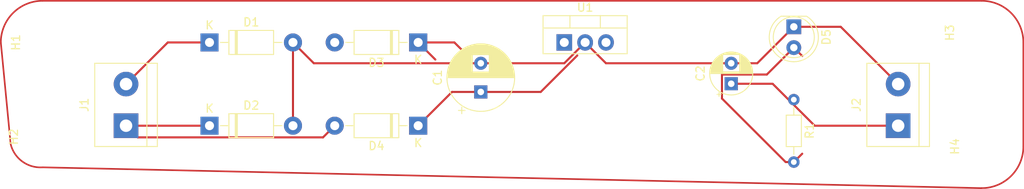
<source format=kicad_pcb>
(kicad_pcb (version 20221018) (generator pcbnew)
  (layers (0 "F.Cu" signal) (31 "B.Cu" signal) (34 "B.Paste" user) (35 "F.Paste" user) (36 "B.SilkS" user "B.Silkscreen") (37 "F.SilkS" user "F.Silkscreen") (38 "B.Mask" user) (39 "F.Mask" user) (44 "Edge.Cuts" user))
  (net 0 "")
  (net 1 "Net-(D3-K)")
  (net 2 "Net-(D1-A)")
  (net 3 "Net-(J2-Pin_1)")
  (net 4 "Net-(D1-K)")
  (net 5 "Net-(D2-K)")
  (net 6 "Net-(D5-A)")
  (footprint "Capacitor_THT:CP_Radial_D8.0mm_P3.50mm" (layer "F.Cu") (at 149.86 89.86 90)
    (fp_text reference "C1" (at 1.75 -5.25 90) (layer "F.SilkS"))
    (fp_text value "470 uf")
    (fp_line (start -2.659698 -2.315) (end -1.859698 -2.315) (stroke (width 0.12)) (layer "F.SilkS"))
    (fp_line (start -2.259698 -2.715) (end -2.259698 -1.915) (stroke (width 0.12)) (layer "F.SilkS"))
    (fp_line (start 1.75 -4.08) (end 1.75 4.08) (stroke (width 0.12)) (layer "F.SilkS"))
    (fp_line (start 1.79 -4.08) (end 1.79 4.08) (stroke (width 0.12)) (layer "F.SilkS"))
    (fp_line (start 1.83 -4.08) (end 1.83 4.08) (stroke (width 0.12)) (layer "F.SilkS"))
    (fp_line (start 1.87 -4.079) (end 1.87 4.079) (stroke (width 0.12)) (layer "F.SilkS"))
    (fp_line (start 1.91 -4.077) (end 1.91 4.077) (stroke (width 0.12)) (layer "F.SilkS"))
    (fp_line (start 1.95 -4.076) (end 1.95 4.076) (stroke (width 0.12)) (layer "F.SilkS"))
    (fp_line (start 1.99 -4.074) (end 1.99 4.074) (stroke (width 0.12)) (layer "F.SilkS"))
    (fp_line (start 2.03 -4.071) (end 2.03 4.071) (stroke (width 0.12)) (layer "F.SilkS"))
    (fp_line (start 2.07 -4.068) (end 2.07 4.068) (stroke (width 0.12)) (layer "F.SilkS"))
    (fp_line (start 2.11 -4.065) (end 2.11 4.065) (stroke (width 0.12)) (layer "F.SilkS"))
    (fp_line (start 2.15 -4.061) (end 2.15 4.061) (stroke (width 0.12)) (layer "F.SilkS"))
    (fp_line (start 2.19 -4.057) (end 2.19 4.057) (stroke (width 0.12)) (layer "F.SilkS"))
    (fp_line (start 2.23 -4.052) (end 2.23 4.052) (stroke (width 0.12)) (layer "F.SilkS"))
    (fp_line (start 2.27 -4.048) (end 2.27 4.048) (stroke (width 0.12)) (layer "F.SilkS"))
    (fp_line (start 2.31 -4.042) (end 2.31 4.042) (stroke (width 0.12)) (layer "F.SilkS"))
    (fp_line (start 2.35 -4.037) (end 2.35 4.037) (stroke (width 0.12)) (layer "F.SilkS"))
    (fp_line (start 2.39 -4.03) (end 2.39 4.03) (stroke (width 0.12)) (layer "F.SilkS"))
    (fp_line (start 2.43 -4.024) (end 2.43 4.024) (stroke (width 0.12)) (layer "F.SilkS"))
    (fp_line (start 2.471 -4.017) (end 2.471 -1.04) (stroke (width 0.12)) (layer "F.SilkS"))
    (fp_line (start 2.471 1.04) (end 2.471 4.017) (stroke (width 0.12)) (layer "F.SilkS"))
    (fp_line (start 2.511 -4.01) (end 2.511 -1.04) (stroke (width 0.12)) (layer "F.SilkS"))
    (fp_line (start 2.511 1.04) (end 2.511 4.01) (stroke (width 0.12)) (layer "F.SilkS"))
    (fp_line (start 2.551 -4.002) (end 2.551 -1.04) (stroke (width 0.12)) (layer "F.SilkS"))
    (fp_line (start 2.551 1.04) (end 2.551 4.002) (stroke (width 0.12)) (layer "F.SilkS"))
    (fp_line (start 2.591 -3.994) (end 2.591 -1.04) (stroke (width 0.12)) (layer "F.SilkS"))
    (fp_line (start 2.591 1.04) (end 2.591 3.994) (stroke (width 0.12)) (layer "F.SilkS"))
    (fp_line (start 2.631 -3.985) (end 2.631 -1.04) (stroke (width 0.12)) (layer "F.SilkS"))
    (fp_line (start 2.631 1.04) (end 2.631 3.985) (stroke (width 0.12)) (layer "F.SilkS"))
    (fp_line (start 2.671 -3.976) (end 2.671 -1.04) (stroke (width 0.12)) (layer "F.SilkS"))
    (fp_line (start 2.671 1.04) (end 2.671 3.976) (stroke (width 0.12)) (layer "F.SilkS"))
    (fp_line (start 2.711 -3.967) (end 2.711 -1.04) (stroke (width 0.12)) (layer "F.SilkS"))
    (fp_line (start 2.711 1.04) (end 2.711 3.967) (stroke (width 0.12)) (layer "F.SilkS"))
    (fp_line (start 2.751 -3.957) (end 2.751 -1.04) (stroke (width 0.12)) (layer "F.SilkS"))
    (fp_line (start 2.751 1.04) (end 2.751 3.957) (stroke (width 0.12)) (layer "F.SilkS"))
    (fp_line (start 2.791 -3.947) (end 2.791 -1.04) (stroke (width 0.12)) (layer "F.SilkS"))
    (fp_line (start 2.791 1.04) (end 2.791 3.947) (stroke (width 0.12)) (layer "F.SilkS"))
    (fp_line (start 2.831 -3.936) (end 2.831 -1.04) (stroke (width 0.12)) (layer "F.SilkS"))
    (fp_line (start 2.831 1.04) (end 2.831 3.936) (stroke (width 0.12)) (layer "F.SilkS"))
    (fp_line (start 2.871 -3.925) (end 2.871 -1.04) (stroke (width 0.12)) (layer "F.SilkS"))
    (fp_line (start 2.871 1.04) (end 2.871 3.925) (stroke (width 0.12)) (layer "F.SilkS"))
    (fp_line (start 2.911 -3.914) (end 2.911 -1.04) (stroke (width 0.12)) (layer "F.SilkS"))
    (fp_line (start 2.911 1.04) (end 2.911 3.914) (stroke (width 0.12)) (layer "F.SilkS"))
    (fp_line (start 2.951 -3.902) (end 2.951 -1.04) (stroke (width 0.12)) (layer "F.SilkS"))
    (fp_line (start 2.951 1.04) (end 2.951 3.902) (stroke (width 0.12)) (layer "F.SilkS"))
    (fp_line (start 2.991 -3.889) (end 2.991 -1.04) (stroke (width 0.12)) (layer "F.SilkS"))
    (fp_line (start 2.991 1.04) (end 2.991 3.889) (stroke (width 0.12)) (layer "F.SilkS"))
    (fp_line (start 3.031 -3.877) (end 3.031 -1.04) (stroke (width 0.12)) (layer "F.SilkS"))
    (fp_line (start 3.031 1.04) (end 3.031 3.877) (stroke (width 0.12)) (layer "F.SilkS"))
    (fp_line (start 3.071 -3.863) (end 3.071 -1.04) (stroke (width 0.12)) (layer "F.SilkS"))
    (fp_line (start 3.071 1.04) (end 3.071 3.863) (stroke (width 0.12)) (layer "F.SilkS"))
    (fp_line (start 3.111 -3.85) (end 3.111 -1.04) (stroke (width 0.12)) (layer "F.SilkS"))
    (fp_line (start 3.111 1.04) (end 3.111 3.85) (stroke (width 0.12)) (layer "F.SilkS"))
    (fp_line (start 3.151 -3.835) (end 3.151 -1.04) (stroke (width 0.12)) (layer "F.SilkS"))
    (fp_line (start 3.151 1.04) (end 3.151 3.835) (stroke (width 0.12)) (layer "F.SilkS"))
    (fp_line (start 3.191 -3.821) (end 3.191 -1.04) (stroke (width 0.12)) (layer "F.SilkS"))
    (fp_line (start 3.191 1.04) (end 3.191 3.821) (stroke (width 0.12)) (layer "F.SilkS"))
    (fp_line (start 3.231 -3.805) (end 3.231 -1.04) (stroke (width 0.12)) (layer "F.SilkS"))
    (fp_line (start 3.231 1.04) (end 3.231 3.805) (stroke (width 0.12)) (layer "F.SilkS"))
    (fp_line (start 3.271 -3.79) (end 3.271 -1.04) (stroke (width 0.12)) (layer "F.SilkS"))
    (fp_line (start 3.271 1.04) (end 3.271 3.79) (stroke (width 0.12)) (layer "F.SilkS"))
    (fp_line (start 3.311 -3.774) (end 3.311 -1.04) (stroke (width 0.12)) (layer "F.SilkS"))
    (fp_line (start 3.311 1.04) (end 3.311 3.774) (stroke (width 0.12)) (layer "F.SilkS"))
    (fp_line (start 3.351 -3.757) (end 3.351 -1.04) (stroke (width 0.12)) (layer "F.SilkS"))
    (fp_line (start 3.351 1.04) (end 3.351 3.757) (stroke (width 0.12)) (layer "F.SilkS"))
    (fp_line (start 3.391 -3.74) (end 3.391 -1.04) (stroke (width 0.12)) (layer "F.SilkS"))
    (fp_line (start 3.391 1.04) (end 3.391 3.74) (stroke (width 0.12)) (layer "F.SilkS"))
    (fp_line (start 3.431 -3.722) (end 3.431 -1.04) (stroke (width 0.12)) (layer "F.SilkS"))
    (fp_line (start 3.431 1.04) (end 3.431 3.722) (stroke (width 0.12)) (layer "F.SilkS"))
    (fp_line (start 3.471 -3.704) (end 3.471 -1.04) (stroke (width 0.12)) (layer "F.SilkS"))
    (fp_line (start 3.471 1.04) (end 3.471 3.704) (stroke (width 0.12)) (layer "F.SilkS"))
    (fp_line (start 3.511 -3.686) (end 3.511 -1.04) (stroke (width 0.12)) (layer "F.SilkS"))
    (fp_line (start 3.511 1.04) (end 3.511 3.686) (stroke (width 0.12)) (layer "F.SilkS"))
    (fp_line (start 3.551 -3.666) (end 3.551 -1.04) (stroke (width 0.12)) (layer "F.SilkS"))
    (fp_line (start 3.551 1.04) (end 3.551 3.666) (stroke (width 0.12)) (layer "F.SilkS"))
    (fp_line (start 3.591 -3.647) (end 3.591 -1.04) (stroke (width 0.12)) (layer "F.SilkS"))
    (fp_line (start 3.591 1.04) (end 3.591 3.647) (stroke (width 0.12)) (layer "F.SilkS"))
    (fp_line (start 3.631 -3.627) (end 3.631 -1.04) (stroke (width 0.12)) (layer "F.SilkS"))
    (fp_line (start 3.631 1.04) (end 3.631 3.627) (stroke (width 0.12)) (layer "F.SilkS"))
    (fp_line (start 3.671 -3.606) (end 3.671 -1.04) (stroke (width 0.12)) (layer "F.SilkS"))
    (fp_line (start 3.671 1.04) (end 3.671 3.606) (stroke (width 0.12)) (layer "F.SilkS"))
    (fp_line (start 3.711 -3.584) (end 3.711 -1.04) (stroke (width 0.12)) (layer "F.SilkS"))
    (fp_line (start 3.711 1.04) (end 3.711 3.584) (stroke (width 0.12)) (layer "F.SilkS"))
    (fp_line (start 3.751 -3.562) (end 3.751 -1.04) (stroke (width 0.12)) (layer "F.SilkS"))
    (fp_line (start 3.751 1.04) (end 3.751 3.562) (stroke (width 0.12)) (layer "F.SilkS"))
    (fp_line (start 3.791 -3.54) (end 3.791 -1.04) (stroke (width 0.12)) (layer "F.SilkS"))
    (fp_line (start 3.791 1.04) (end 3.791 3.54) (stroke (width 0.12)) (layer "F.SilkS"))
    (fp_line (start 3.831 -3.517) (end 3.831 -1.04) (stroke (width 0.12)) (layer "F.SilkS"))
    (fp_line (start 3.831 1.04) (end 3.831 3.517) (stroke (width 0.12)) (layer "F.SilkS"))
    (fp_line (start 3.871 -3.493) (end 3.871 -1.04) (stroke (width 0.12)) (layer "F.SilkS"))
    (fp_line (start 3.871 1.04) (end 3.871 3.493) (stroke (width 0.12)) (layer "F.SilkS"))
    (fp_line (start 3.911 -3.469) (end 3.911 -1.04) (stroke (width 0.12)) (layer "F.SilkS"))
    (fp_line (start 3.911 1.04) (end 3.911 3.469) (stroke (width 0.12)) (layer "F.SilkS"))
    (fp_line (start 3.951 -3.444) (end 3.951 -1.04) (stroke (width 0.12)) (layer "F.SilkS"))
    (fp_line (start 3.951 1.04) (end 3.951 3.444) (stroke (width 0.12)) (layer "F.SilkS"))
    (fp_line (start 3.991 -3.418) (end 3.991 -1.04) (stroke (width 0.12)) (layer "F.SilkS"))
    (fp_line (start 3.991 1.04) (end 3.991 3.418) (stroke (width 0.12)) (layer "F.SilkS"))
    (fp_line (start 4.031 -3.392) (end 4.031 -1.04) (stroke (width 0.12)) (layer "F.SilkS"))
    (fp_line (start 4.031 1.04) (end 4.031 3.392) (stroke (width 0.12)) (layer "F.SilkS"))
    (fp_line (start 4.071 -3.365) (end 4.071 -1.04) (stroke (width 0.12)) (layer "F.SilkS"))
    (fp_line (start 4.071 1.04) (end 4.071 3.365) (stroke (width 0.12)) (layer "F.SilkS"))
    (fp_line (start 4.111 -3.338) (end 4.111 -1.04) (stroke (width 0.12)) (layer "F.SilkS"))
    (fp_line (start 4.111 1.04) (end 4.111 3.338) (stroke (width 0.12)) (layer "F.SilkS"))
    (fp_line (start 4.151 -3.309) (end 4.151 -1.04) (stroke (width 0.12)) (layer "F.SilkS"))
    (fp_line (start 4.151 1.04) (end 4.151 3.309) (stroke (width 0.12)) (layer "F.SilkS"))
    (fp_line (start 4.191 -3.28) (end 4.191 -1.04) (stroke (width 0.12)) (layer "F.SilkS"))
    (fp_line (start 4.191 1.04) (end 4.191 3.28) (stroke (width 0.12)) (layer "F.SilkS"))
    (fp_line (start 4.231 -3.25) (end 4.231 -1.04) (stroke (width 0.12)) (layer "F.SilkS"))
    (fp_line (start 4.231 1.04) (end 4.231 3.25) (stroke (width 0.12)) (layer "F.SilkS"))
    (fp_line (start 4.271 -3.22) (end 4.271 -1.04) (stroke (width 0.12)) (layer "F.SilkS"))
    (fp_line (start 4.271 1.04) (end 4.271 3.22) (stroke (width 0.12)) (layer "F.SilkS"))
    (fp_line (start 4.311 -3.189) (end 4.311 -1.04) (stroke (width 0.12)) (layer "F.SilkS"))
    (fp_line (start 4.311 1.04) (end 4.311 3.189) (stroke (width 0.12)) (layer "F.SilkS"))
    (fp_line (start 4.351 -3.156) (end 4.351 -1.04) (stroke (width 0.12)) (layer "F.SilkS"))
    (fp_line (start 4.351 1.04) (end 4.351 3.156) (stroke (width 0.12)) (layer "F.SilkS"))
    (fp_line (start 4.391 -3.124) (end 4.391 -1.04) (stroke (width 0.12)) (layer "F.SilkS"))
    (fp_line (start 4.391 1.04) (end 4.391 3.124) (stroke (width 0.12)) (layer "F.SilkS"))
    (fp_line (start 4.431 -3.09) (end 4.431 -1.04) (stroke (width 0.12)) (layer "F.SilkS"))
    (fp_line (start 4.431 1.04) (end 4.431 3.09) (stroke (width 0.12)) (layer "F.SilkS"))
    (fp_line (start 4.471 -3.055) (end 4.471 -1.04) (stroke (width 0.12)) (layer "F.SilkS"))
    (fp_line (start 4.471 1.04) (end 4.471 3.055) (stroke (width 0.12)) (layer "F.SilkS"))
    (fp_line (start 4.511 -3.019) (end 4.511 -1.04) (stroke (width 0.12)) (layer "F.SilkS"))
    (fp_line (start 4.511 1.04) (end 4.511 3.019) (stroke (width 0.12)) (layer "F.SilkS"))
    (fp_line (start 4.551 -2.983) (end 4.551 2.983) (stroke (width 0.12)) (layer "F.SilkS"))
    (fp_line (start 4.591 -2.945) (end 4.591 2.945) (stroke (width 0.12)) (layer "F.SilkS"))
    (fp_line (start 4.631 -2.907) (end 4.631 2.907) (stroke (width 0.12)) (layer "F.SilkS"))
    (fp_line (start 4.671 -2.867) (end 4.671 2.867) (stroke (width 0.12)) (layer "F.SilkS"))
    (fp_line (start 4.711 -2.826) (end 4.711 2.826) (stroke (width 0.12)) (layer "F.SilkS"))
    (fp_line (start 4.751 -2.784) (end 4.751 2.784) (stroke (width 0.12)) (layer "F.SilkS"))
    (fp_line (start 4.791 -2.741) (end 4.791 2.741) (stroke (width 0.12)) (layer "F.SilkS"))
    (fp_line (start 4.831 -2.697) (end 4.831 2.697) (stroke (width 0.12)) (layer "F.SilkS"))
    (fp_line (start 4.871 -2.651) (end 4.871 2.651) (stroke (width 0.12)) (layer "F.SilkS"))
    (fp_line (start 4.911 -2.604) (end 4.911 2.604) (stroke (width 0.12)) (layer "F.SilkS"))
    (fp_line (start 4.951 -2.556) (end 4.951 2.556) (stroke (width 0.12)) (layer "F.SilkS"))
    (fp_line (start 4.991 -2.505) (end 4.991 2.505) (stroke (width 0.12)) (layer "F.SilkS"))
    (fp_line (start 5.031 -2.454) (end 5.031 2.454) (stroke (width 0.12)) (layer "F.SilkS"))
    (fp_line (start 5.071 -2.4) (end 5.071 2.4) (stroke (width 0.12)) (layer "F.SilkS"))
    (fp_line (start 5.111 -2.345) (end 5.111 2.345) (stroke (width 0.12)) (layer "F.SilkS"))
    (fp_line (start 5.151 -2.287) (end 5.151 2.287) (stroke (width 0.12)) (layer "F.SilkS"))
    (fp_line (start 5.191 -2.228) (end 5.191 2.228) (stroke (width 0.12)) (layer "F.SilkS"))
    (fp_line (start 5.231 -2.166) (end 5.231 2.166) (stroke (width 0.12)) (layer "F.SilkS"))
    (fp_line (start 5.271 -2.102) (end 5.271 2.102) (stroke (width 0.12)) (layer "F.SilkS"))
    (fp_line (start 5.311 -2.034) (end 5.311 2.034) (stroke (width 0.12)) (layer "F.SilkS"))
    (fp_line (start 5.351 -1.964) (end 5.351 1.964) (stroke (width 0.12)) (layer "F.SilkS"))
    (fp_line (start 5.391 -1.89) (end 5.391 1.89) (stroke (width 0.12)) (layer "F.SilkS"))
    (fp_line (start 5.431 -1.813) (end 5.431 1.813) (stroke (width 0.12)) (layer "F.SilkS"))
    (fp_line (start 5.471 -1.731) (end 5.471 1.731) (stroke (width 0.12)) (layer "F.SilkS"))
    (fp_line (start 5.511 -1.645) (end 5.511 1.645) (stroke (width 0.12)) (layer "F.SilkS"))
    (fp_line (start 5.551 -1.552) (end 5.551 1.552) (stroke (width 0.12)) (layer "F.SilkS"))
    (fp_line (start 5.591 -1.453) (end 5.591 1.453) (stroke (width 0.12)) (layer "F.SilkS"))
    (fp_line (start 5.631 -1.346) (end 5.631 1.346) (stroke (width 0.12)) (layer "F.SilkS"))
    (fp_line (start 5.671 -1.229) (end 5.671 1.229) (stroke (width 0.12)) (layer "F.SilkS"))
    (fp_line (start 5.711 -1.098) (end 5.711 1.098) (stroke (width 0.12)) (layer "F.SilkS"))
    (fp_line (start 5.751 -0.948) (end 5.751 0.948) (stroke (width 0.12)) (layer "F.SilkS"))
    (fp_line (start 5.791 -0.768) (end 5.791 0.768) (stroke (width 0.12)) (layer "F.SilkS"))
    (fp_line (start 5.831 -0.533) (end 5.831 0.533) (stroke (width 0.12)) (layer "F.SilkS"))
    (fp_circle (center 1.75 0) (end 5.87 0) (stroke (width 0.12)) (fill none) (layer "F.SilkS"))
    (pad "1" thru_hole rect (at 0 0 90) (size 1.6 1.6) (drill 0.8) (layers "*.Cu" "*.Mask") (net 1 "Net-(D3-K)"))
    (pad "2" thru_hole circle (at 3.5 0 90) (size 1.6 1.6) (drill 0.8) (layers "*.Cu" "*.Mask") (net 2 "Net-(D1-A)"))
  )
  (footprint "Diode_THT:D_DO-41_SOD81_P10.16mm_Horizontal" (layer "F.Cu") (at 116.84 83.82)
    (fp_text reference "D1" (at 5.08 -2.47) (layer "F.SilkS"))
    (fp_text value "1N4007")
    (fp_text user "K" (at 0 -2.1) (layer "F.SilkS"))
    (fp_line (start 1.34 0) (end 2.36 0) (stroke (width 0.12)) (layer "F.SilkS"))
    (fp_line (start 2.36 -1.47) (end 2.36 1.47) (stroke (width 0.12)) (layer "F.SilkS"))
    (fp_line (start 2.36 1.47) (end 7.8 1.47) (stroke (width 0.12)) (layer "F.SilkS"))
    (fp_line (start 3.14 -1.47) (end 3.14 1.47) (stroke (width 0.12)) (layer "F.SilkS"))
    (fp_line (start 3.26 -1.47) (end 3.26 1.47) (stroke (width 0.12)) (layer "F.SilkS"))
    (fp_line (start 3.38 -1.47) (end 3.38 1.47) (stroke (width 0.12)) (layer "F.SilkS"))
    (fp_line (start 7.8 -1.47) (end 2.36 -1.47) (stroke (width 0.12)) (layer "F.SilkS"))
    (fp_line (start 7.8 1.47) (end 7.8 -1.47) (stroke (width 0.12)) (layer "F.SilkS"))
    (fp_line (start 8.82 0) (end 7.8 0) (stroke (width 0.12)) (layer "F.SilkS"))
    (pad "1" thru_hole rect (at 0 0) (size 2.2 2.2) (drill 1.1) (layers "*.Cu" "*.Mask") (net 4 "Net-(D1-K)"))
    (pad "2" thru_hole oval (at 10.16 0) (size 2.2 2.2) (drill 1.1) (layers "*.Cu" "*.Mask") (net 2 "Net-(D1-A)"))
  )
  (footprint "Capacitor_THT:CP_Radial_D5.0mm_P2.50mm" (layer "F.Cu") (at 180.34 88.86 90)
    (fp_text reference "C2" (at 1.25 -3.75 90) (layer "F.SilkS"))
    (fp_text value "100 uf")
    (fp_line (start -1.554775 -1.475) (end -1.054775 -1.475) (stroke (width 0.12)) (layer "F.SilkS"))
    (fp_line (start -1.304775 -1.725) (end -1.304775 -1.225) (stroke (width 0.12)) (layer "F.SilkS"))
    (fp_line (start 1.25 -2.58) (end 1.25 2.58) (stroke (width 0.12)) (layer "F.SilkS"))
    (fp_line (start 1.29 -2.58) (end 1.29 2.58) (stroke (width 0.12)) (layer "F.SilkS"))
    (fp_line (start 1.33 -2.579) (end 1.33 2.579) (stroke (width 0.12)) (layer "F.SilkS"))
    (fp_line (start 1.37 -2.578) (end 1.37 2.578) (stroke (width 0.12)) (layer "F.SilkS"))
    (fp_line (start 1.41 -2.576) (end 1.41 2.576) (stroke (width 0.12)) (layer "F.SilkS"))
    (fp_line (start 1.45 -2.573) (end 1.45 2.573) (stroke (width 0.12)) (layer "F.SilkS"))
    (fp_line (start 1.49 -2.569) (end 1.49 -1.04) (stroke (width 0.12)) (layer "F.SilkS"))
    (fp_line (start 1.49 1.04) (end 1.49 2.569) (stroke (width 0.12)) (layer "F.SilkS"))
    (fp_line (start 1.53 -2.565) (end 1.53 -1.04) (stroke (width 0.12)) (layer "F.SilkS"))
    (fp_line (start 1.53 1.04) (end 1.53 2.565) (stroke (width 0.12)) (layer "F.SilkS"))
    (fp_line (start 1.57 -2.561) (end 1.57 -1.04) (stroke (width 0.12)) (layer "F.SilkS"))
    (fp_line (start 1.57 1.04) (end 1.57 2.561) (stroke (width 0.12)) (layer "F.SilkS"))
    (fp_line (start 1.61 -2.556) (end 1.61 -1.04) (stroke (width 0.12)) (layer "F.SilkS"))
    (fp_line (start 1.61 1.04) (end 1.61 2.556) (stroke (width 0.12)) (layer "F.SilkS"))
    (fp_line (start 1.65 -2.55) (end 1.65 -1.04) (stroke (width 0.12)) (layer "F.SilkS"))
    (fp_line (start 1.65 1.04) (end 1.65 2.55) (stroke (width 0.12)) (layer "F.SilkS"))
    (fp_line (start 1.69 -2.543) (end 1.69 -1.04) (stroke (width 0.12)) (layer "F.SilkS"))
    (fp_line (start 1.69 1.04) (end 1.69 2.543) (stroke (width 0.12)) (layer "F.SilkS"))
    (fp_line (start 1.73 -2.536) (end 1.73 -1.04) (stroke (width 0.12)) (layer "F.SilkS"))
    (fp_line (start 1.73 1.04) (end 1.73 2.536) (stroke (width 0.12)) (layer "F.SilkS"))
    (fp_line (start 1.77 -2.528) (end 1.77 -1.04) (stroke (width 0.12)) (layer "F.SilkS"))
    (fp_line (start 1.77 1.04) (end 1.77 2.528) (stroke (width 0.12)) (layer "F.SilkS"))
    (fp_line (start 1.81 -2.52) (end 1.81 -1.04) (stroke (width 0.12)) (layer "F.SilkS"))
    (fp_line (start 1.81 1.04) (end 1.81 2.52) (stroke (width 0.12)) (layer "F.SilkS"))
    (fp_line (start 1.85 -2.511) (end 1.85 -1.04) (stroke (width 0.12)) (layer "F.SilkS"))
    (fp_line (start 1.85 1.04) (end 1.85 2.511) (stroke (width 0.12)) (layer "F.SilkS"))
    (fp_line (start 1.89 -2.501) (end 1.89 -1.04) (stroke (width 0.12)) (layer "F.SilkS"))
    (fp_line (start 1.89 1.04) (end 1.89 2.501) (stroke (width 0.12)) (layer "F.SilkS"))
    (fp_line (start 1.93 -2.491) (end 1.93 -1.04) (stroke (width 0.12)) (layer "F.SilkS"))
    (fp_line (start 1.93 1.04) (end 1.93 2.491) (stroke (width 0.12)) (layer "F.SilkS"))
    (fp_line (start 1.971 -2.48) (end 1.971 -1.04) (stroke (width 0.12)) (layer "F.SilkS"))
    (fp_line (start 1.971 1.04) (end 1.971 2.48) (stroke (width 0.12)) (layer "F.SilkS"))
    (fp_line (start 2.011 -2.468) (end 2.011 -1.04) (stroke (width 0.12)) (layer "F.SilkS"))
    (fp_line (start 2.011 1.04) (end 2.011 2.468) (stroke (width 0.12)) (layer "F.SilkS"))
    (fp_line (start 2.051 -2.455) (end 2.051 -1.04) (stroke (width 0.12)) (layer "F.SilkS"))
    (fp_line (start 2.051 1.04) (end 2.051 2.455) (stroke (width 0.12)) (layer "F.SilkS"))
    (fp_line (start 2.091 -2.442) (end 2.091 -1.04) (stroke (width 0.12)) (layer "F.SilkS"))
    (fp_line (start 2.091 1.04) (end 2.091 2.442) (stroke (width 0.12)) (layer "F.SilkS"))
    (fp_line (start 2.131 -2.428) (end 2.131 -1.04) (stroke (width 0.12)) (layer "F.SilkS"))
    (fp_line (start 2.131 1.04) (end 2.131 2.428) (stroke (width 0.12)) (layer "F.SilkS"))
    (fp_line (start 2.171 -2.414) (end 2.171 -1.04) (stroke (width 0.12)) (layer "F.SilkS"))
    (fp_line (start 2.171 1.04) (end 2.171 2.414) (stroke (width 0.12)) (layer "F.SilkS"))
    (fp_line (start 2.211 -2.398) (end 2.211 -1.04) (stroke (width 0.12)) (layer "F.SilkS"))
    (fp_line (start 2.211 1.04) (end 2.211 2.398) (stroke (width 0.12)) (layer "F.SilkS"))
    (fp_line (start 2.251 -2.382) (end 2.251 -1.04) (stroke (width 0.12)) (layer "F.SilkS"))
    (fp_line (start 2.251 1.04) (end 2.251 2.382) (stroke (width 0.12)) (layer "F.SilkS"))
    (fp_line (start 2.291 -2.365) (end 2.291 -1.04) (stroke (width 0.12)) (layer "F.SilkS"))
    (fp_line (start 2.291 1.04) (end 2.291 2.365) (stroke (width 0.12)) (layer "F.SilkS"))
    (fp_line (start 2.331 -2.348) (end 2.331 -1.04) (stroke (width 0.12)) (layer "F.SilkS"))
    (fp_line (start 2.331 1.04) (end 2.331 2.348) (stroke (width 0.12)) (layer "F.SilkS"))
    (fp_line (start 2.371 -2.329) (end 2.371 -1.04) (stroke (width 0.12)) (layer "F.SilkS"))
    (fp_line (start 2.371 1.04) (end 2.371 2.329) (stroke (width 0.12)) (layer "F.SilkS"))
    (fp_line (start 2.411 -2.31) (end 2.411 -1.04) (stroke (width 0.12)) (layer "F.SilkS"))
    (fp_line (start 2.411 1.04) (end 2.411 2.31) (stroke (width 0.12)) (layer "F.SilkS"))
    (fp_line (start 2.451 -2.29) (end 2.451 -1.04) (stroke (width 0.12)) (layer "F.SilkS"))
    (fp_line (start 2.451 1.04) (end 2.451 2.29) (stroke (width 0.12)) (layer "F.SilkS"))
    (fp_line (start 2.491 -2.268) (end 2.491 -1.04) (stroke (width 0.12)) (layer "F.SilkS"))
    (fp_line (start 2.491 1.04) (end 2.491 2.268) (stroke (width 0.12)) (layer "F.SilkS"))
    (fp_line (start 2.531 -2.247) (end 2.531 -1.04) (stroke (width 0.12)) (layer "F.SilkS"))
    (fp_line (start 2.531 1.04) (end 2.531 2.247) (stroke (width 0.12)) (layer "F.SilkS"))
    (fp_line (start 2.571 -2.224) (end 2.571 -1.04) (stroke (width 0.12)) (layer "F.SilkS"))
    (fp_line (start 2.571 1.04) (end 2.571 2.224) (stroke (width 0.12)) (layer "F.SilkS"))
    (fp_line (start 2.611 -2.2) (end 2.611 -1.04) (stroke (width 0.12)) (layer "F.SilkS"))
    (fp_line (start 2.611 1.04) (end 2.611 2.2) (stroke (width 0.12)) (layer "F.SilkS"))
    (fp_line (start 2.651 -2.175) (end 2.651 -1.04) (stroke (width 0.12)) (layer "F.SilkS"))
    (fp_line (start 2.651 1.04) (end 2.651 2.175) (stroke (width 0.12)) (layer "F.SilkS"))
    (fp_line (start 2.691 -2.149) (end 2.691 -1.04) (stroke (width 0.12)) (layer "F.SilkS"))
    (fp_line (start 2.691 1.04) (end 2.691 2.149) (stroke (width 0.12)) (layer "F.SilkS"))
    (fp_line (start 2.731 -2.122) (end 2.731 -1.04) (stroke (width 0.12)) (layer "F.SilkS"))
    (fp_line (start 2.731 1.04) (end 2.731 2.122) (stroke (width 0.12)) (layer "F.SilkS"))
    (fp_line (start 2.771 -2.095) (end 2.771 -1.04) (stroke (width 0.12)) (layer "F.SilkS"))
    (fp_line (start 2.771 1.04) (end 2.771 2.095) (stroke (width 0.12)) (layer "F.SilkS"))
    (fp_line (start 2.811 -2.065) (end 2.811 -1.04) (stroke (width 0.12)) (layer "F.SilkS"))
    (fp_line (start 2.811 1.04) (end 2.811 2.065) (stroke (width 0.12)) (layer "F.SilkS"))
    (fp_line (start 2.851 -2.035) (end 2.851 -1.04) (stroke (width 0.12)) (layer "F.SilkS"))
    (fp_line (start 2.851 1.04) (end 2.851 2.035) (stroke (width 0.12)) (layer "F.SilkS"))
    (fp_line (start 2.891 -2.004) (end 2.891 -1.04) (stroke (width 0.12)) (layer "F.SilkS"))
    (fp_line (start 2.891 1.04) (end 2.891 2.004) (stroke (width 0.12)) (layer "F.SilkS"))
    (fp_line (start 2.931 -1.971) (end 2.931 -1.04) (stroke (width 0.12)) (layer "F.SilkS"))
    (fp_line (start 2.931 1.04) (end 2.931 1.971) (stroke (width 0.12)) (layer "F.SilkS"))
    (fp_line (start 2.971 -1.937) (end 2.971 -1.04) (stroke (width 0.12)) (layer "F.SilkS"))
    (fp_line (start 2.971 1.04) (end 2.971 1.937) (stroke (width 0.12)) (layer "F.SilkS"))
    (fp_line (start 3.011 -1.901) (end 3.011 -1.04) (stroke (width 0.12)) (layer "F.SilkS"))
    (fp_line (start 3.011 1.04) (end 3.011 1.901) (stroke (width 0.12)) (layer "F.SilkS"))
    (fp_line (start 3.051 -1.864) (end 3.051 -1.04) (stroke (width 0.12)) (layer "F.SilkS"))
    (fp_line (start 3.051 1.04) (end 3.051 1.864) (stroke (width 0.12)) (layer "F.SilkS"))
    (fp_line (start 3.091 -1.826) (end 3.091 -1.04) (stroke (width 0.12)) (layer "F.SilkS"))
    (fp_line (start 3.091 1.04) (end 3.091 1.826) (stroke (width 0.12)) (layer "F.SilkS"))
    (fp_line (start 3.131 -1.785) (end 3.131 -1.04) (stroke (width 0.12)) (layer "F.SilkS"))
    (fp_line (start 3.131 1.04) (end 3.131 1.785) (stroke (width 0.12)) (layer "F.SilkS"))
    (fp_line (start 3.171 -1.743) (end 3.171 -1.04) (stroke (width 0.12)) (layer "F.SilkS"))
    (fp_line (start 3.171 1.04) (end 3.171 1.743) (stroke (width 0.12)) (layer "F.SilkS"))
    (fp_line (start 3.211 -1.699) (end 3.211 -1.04) (stroke (width 0.12)) (layer "F.SilkS"))
    (fp_line (start 3.211 1.04) (end 3.211 1.699) (stroke (width 0.12)) (layer "F.SilkS"))
    (fp_line (start 3.251 -1.653) (end 3.251 -1.04) (stroke (width 0.12)) (layer "F.SilkS"))
    (fp_line (start 3.251 1.04) (end 3.251 1.653) (stroke (width 0.12)) (layer "F.SilkS"))
    (fp_line (start 3.291 -1.605) (end 3.291 -1.04) (stroke (width 0.12)) (layer "F.SilkS"))
    (fp_line (start 3.291 1.04) (end 3.291 1.605) (stroke (width 0.12)) (layer "F.SilkS"))
    (fp_line (start 3.331 -1.554) (end 3.331 -1.04) (stroke (width 0.12)) (layer "F.SilkS"))
    (fp_line (start 3.331 1.04) (end 3.331 1.554) (stroke (width 0.12)) (layer "F.SilkS"))
    (fp_line (start 3.371 -1.5) (end 3.371 -1.04) (stroke (width 0.12)) (layer "F.SilkS"))
    (fp_line (start 3.371 1.04) (end 3.371 1.5) (stroke (width 0.12)) (layer "F.SilkS"))
    (fp_line (start 3.411 -1.443) (end 3.411 -1.04) (stroke (width 0.12)) (layer "F.SilkS"))
    (fp_line (start 3.411 1.04) (end 3.411 1.443) (stroke (width 0.12)) (layer "F.SilkS"))
    (fp_line (start 3.451 -1.383) (end 3.451 -1.04) (stroke (width 0.12)) (layer "F.SilkS"))
    (fp_line (start 3.451 1.04) (end 3.451 1.383) (stroke (width 0.12)) (layer "F.SilkS"))
    (fp_line (start 3.491 -1.319) (end 3.491 -1.04) (stroke (width 0.12)) (layer "F.SilkS"))
    (fp_line (start 3.491 1.04) (end 3.491 1.319) (stroke (width 0.12)) (layer "F.SilkS"))
    (fp_line (start 3.531 -1.251) (end 3.531 -1.04) (stroke (width 0.12)) (layer "F.SilkS"))
    (fp_line (start 3.531 1.04) (end 3.531 1.251) (stroke (width 0.12)) (layer "F.SilkS"))
    (fp_line (start 3.571 -1.178) (end 3.571 1.178) (stroke (width 0.12)) (layer "F.SilkS"))
    (fp_line (start 3.611 -1.098) (end 3.611 1.098) (stroke (width 0.12)) (layer "F.SilkS"))
    (fp_line (start 3.651 -1.011) (end 3.651 1.011) (stroke (width 0.12)) (layer "F.SilkS"))
    (fp_line (start 3.691 -0.915) (end 3.691 0.915) (stroke (width 0.12)) (layer "F.SilkS"))
    (fp_line (start 3.731 -0.805) (end 3.731 0.805) (stroke (width 0.12)) (layer "F.SilkS"))
    (fp_line (start 3.771 -0.677) (end 3.771 0.677) (stroke (width 0.12)) (layer "F.SilkS"))
    (fp_line (start 3.811 -0.518) (end 3.811 0.518) (stroke (width 0.12)) (layer "F.SilkS"))
    (fp_line (start 3.851 -0.284) (end 3.851 0.284) (stroke (width 0.12)) (layer "F.SilkS"))
    (fp_circle (center 1.25 0) (end 3.87 0) (stroke (width 0.12)) (fill none) (layer "F.SilkS"))
    (pad "1" thru_hole rect (at 0 0 90) (size 1.6 1.6) (drill 0.8) (layers "*.Cu" "*.Mask") (net 3 "Net-(J2-Pin_1)"))
    (pad "2" thru_hole circle (at 2.5 0 90) (size 1.6 1.6) (drill 0.8) (layers "*.Cu" "*.Mask") (net 2 "Net-(D1-A)"))
  )
  (footprint "Resistor_THT:R_Axial_DIN0204_L3.6mm_D1.6mm_P7.62mm_Horizontal" (layer "F.Cu") (at 187.96 90.8 -90)
    (fp_text reference "R1" (at 3.81 -1.92 90) (layer "F.SilkS"))
    (fp_text value "1k")
    (fp_line (start 0.94 0) (end 1.89 0) (stroke (width 0.12)) (layer "F.SilkS"))
    (fp_line (start 1.89 -0.92) (end 1.89 0.92) (stroke (width 0.12)) (layer "F.SilkS"))
    (fp_line (start 1.89 0.92) (end 5.73 0.92) (stroke (width 0.12)) (layer "F.SilkS"))
    (fp_line (start 5.73 -0.92) (end 1.89 -0.92) (stroke (width 0.12)) (layer "F.SilkS"))
    (fp_line (start 5.73 0.92) (end 5.73 -0.92) (stroke (width 0.12)) (layer "F.SilkS"))
    (fp_line (start 6.68 0) (end 5.73 0) (stroke (width 0.12)) (layer "F.SilkS"))
    (pad "1" thru_hole circle (at 0 0 270) (size 1.4 1.4) (drill 0.7) (layers "*.Cu" "*.Mask") (net 3 "Net-(J2-Pin_1)"))
    (pad "2" thru_hole oval (at 7.62 0 270) (size 1.4 1.4) (drill 0.7) (layers "*.Cu" "*.Mask") (net 6 "Net-(D5-A)"))
  )
  (footprint "MountingHole:MountingHole_2.7mm_M2.5_ISO14580" (layer "F.Cu") (at 96.52 83.82 90)
    (fp_text reference "H1" (at 0 -3.25 90) (layer "F.SilkS"))
    (fp_text value "MountingHole")
    (pad "" np_thru_hole circle (at 0 0 90) (size 2.7 2.7) (drill 2.7) (layers "*.Cu" "*.Mask"))
  )
  (footprint "MountingHole:MountingHole_2.7mm_M2.5_ISO14580" (layer "F.Cu") (at 210.82 83.82 90)
    (fp_text reference "H3" (at 1.18 -3.87 90) (layer "F.SilkS"))
    (fp_text value "MountingHole")
    (pad "" np_thru_hole circle (at 0 0 90) (size 2.7 2.7) (drill 2.7) (layers "*.Cu" "*.Mask"))
  )
  (footprint "MountingHole:MountingHole_2.7mm_M2.5_ISO14580" (layer "F.Cu") (at 210.82 96.52 90)
    (fp_text reference "H4" (at 0 -3.25 90) (layer "F.SilkS"))
    (fp_text value "MountingHole")
    (pad "" np_thru_hole circle (at 0 0 90) (size 2.7 2.7) (drill 2.7) (layers "*.Cu" "*.Mask"))
  )
  (footprint "Diode_THT:D_DO-41_SOD81_P10.16mm_Horizontal" (layer "F.Cu") (at 116.84 93.98)
    (fp_text reference "D2" (at 5.08 -2.47) (layer "F.SilkS"))
    (fp_text value "1N4007")
    (fp_text user "K" (at 0 -2.1) (layer "F.SilkS"))
    (fp_line (start 1.34 0) (end 2.36 0) (stroke (width 0.12)) (layer "F.SilkS"))
    (fp_line (start 2.36 -1.47) (end 2.36 1.47) (stroke (width 0.12)) (layer "F.SilkS"))
    (fp_line (start 2.36 1.47) (end 7.8 1.47) (stroke (width 0.12)) (layer "F.SilkS"))
    (fp_line (start 3.14 -1.47) (end 3.14 1.47) (stroke (width 0.12)) (layer "F.SilkS"))
    (fp_line (start 3.26 -1.47) (end 3.26 1.47) (stroke (width 0.12)) (layer "F.SilkS"))
    (fp_line (start 3.38 -1.47) (end 3.38 1.47) (stroke (width 0.12)) (layer "F.SilkS"))
    (fp_line (start 7.8 -1.47) (end 2.36 -1.47) (stroke (width 0.12)) (layer "F.SilkS"))
    (fp_line (start 7.8 1.47) (end 7.8 -1.47) (stroke (width 0.12)) (layer "F.SilkS"))
    (fp_line (start 8.82 0) (end 7.8 0) (stroke (width 0.12)) (layer "F.SilkS"))
    (pad "1" thru_hole rect (at 0 0) (size 2.2 2.2) (drill 1.1) (layers "*.Cu" "*.Mask") (net 5 "Net-(D2-K)"))
    (pad "2" thru_hole oval (at 10.16 0) (size 2.2 2.2) (drill 1.1) (layers "*.Cu" "*.Mask") (net 2 "Net-(D1-A)"))
  )
  (footprint "Diode_THT:D_DO-41_SOD81_P10.16mm_Horizontal" (layer "F.Cu") (at 142.24 93.98 180)
    (fp_text reference "D4" (at 5.08 -2.47) (layer "F.SilkS"))
    (fp_text value "1N4007")
    (fp_text user "K" (at 0 -2.1) (layer "F.SilkS"))
    (fp_line (start 1.34 0) (end 2.36 0) (stroke (width 0.12)) (layer "F.SilkS"))
    (fp_line (start 2.36 -1.47) (end 2.36 1.47) (stroke (width 0.12)) (layer "F.SilkS"))
    (fp_line (start 2.36 1.47) (end 7.8 1.47) (stroke (width 0.12)) (layer "F.SilkS"))
    (fp_line (start 3.14 -1.47) (end 3.14 1.47) (stroke (width 0.12)) (layer "F.SilkS"))
    (fp_line (start 3.26 -1.47) (end 3.26 1.47) (stroke (width 0.12)) (layer "F.SilkS"))
    (fp_line (start 3.38 -1.47) (end 3.38 1.47) (stroke (width 0.12)) (layer "F.SilkS"))
    (fp_line (start 7.8 -1.47) (end 2.36 -1.47) (stroke (width 0.12)) (layer "F.SilkS"))
    (fp_line (start 7.8 1.47) (end 7.8 -1.47) (stroke (width 0.12)) (layer "F.SilkS"))
    (fp_line (start 8.82 0) (end 7.8 0) (stroke (width 0.12)) (layer "F.SilkS"))
    (pad "1" thru_hole rect (at 0 0 180) (size 2.2 2.2) (drill 1.1) (layers "*.Cu" "*.Mask") (net 1 "Net-(D3-K)"))
    (pad "2" thru_hole oval (at 10.16 0 180) (size 2.2 2.2) (drill 1.1) (layers "*.Cu" "*.Mask") (net 5 "Net-(D2-K)"))
  )
  (footprint "LED_THT:LED_D5.0mm" (layer "F.Cu") (at 187.96 81.91 -90)
    (fp_text reference "D5" (at 1.27 -3.96 90) (layer "F.SilkS"))
    (fp_text value "LED")
    (fp_line (start -1.29 -1.545) (end -1.29 1.545) (stroke (width 0.12)) (layer "F.SilkS"))
    (fp_arc (start -1.29 -1.54483) (mid 2.072002 -2.880433) (end 4.26 0.000462) (stroke (width 0.12)) (layer "F.SilkS"))
    (fp_arc (start 4.26 -0.000462) (mid 2.072002 2.880433) (end -1.29 1.54483) (stroke (width 0.12)) (layer "F.SilkS"))
    (fp_circle (center 1.27 0) (end 3.77 0) (stroke (width 0.12)) (fill none) (layer "F.SilkS"))
    (pad "1" thru_hole rect (at 0 0 270) (size 1.8 1.8) (drill 0.9) (layers "*.Cu" "*.Mask") (net 2 "Net-(D1-A)"))
    (pad "2" thru_hole circle (at 2.54 0 270) (size 1.8 1.8) (drill 0.9) (layers "*.Cu" "*.Mask") (net 6 "Net-(D5-A)"))
  )
  (footprint "MountingHole:MountingHole_2.7mm_M2.5_ISO14580" (layer "F.Cu") (at 96.26 95.34 90)
    (fp_text reference "H2" (at 0 -3.25 90) (layer "F.SilkS"))
    (fp_text value "MountingHole")
    (pad "" np_thru_hole circle (at 0 0 90) (size 2.7 2.7) (drill 2.7) (layers "*.Cu" "*.Mask"))
  )
  (footprint "TerminalBlock:TerminalBlock_bornier-2_P5.08mm" (layer "F.Cu") (at 106.68 93.98 90)
    (fp_text reference "J1" (at 2.54 -5.08 90) (layer "F.SilkS"))
    (fp_text value "Screw_Terminal_01x02")
    (fp_line (start -2.54 -3.81) (end -2.54 3.81) (stroke (width 0.12)) (layer "F.SilkS"))
    (fp_line (start -2.54 3.81) (end 7.62 3.81) (stroke (width 0.12)) (layer "F.SilkS"))
    (fp_line (start 7.62 -3.81) (end -2.54 -3.81) (stroke (width 0.12)) (layer "F.SilkS"))
    (fp_line (start 7.62 2.54) (end -2.54 2.54) (stroke (width 0.12)) (layer "F.SilkS"))
    (fp_line (start 7.62 3.81) (end 7.62 -3.81) (stroke (width 0.12)) (layer "F.SilkS"))
    (pad "1" thru_hole rect (at 0 0 90) (size 3 3) (drill 1.52) (layers "*.Cu" "*.Mask") (net 5 "Net-(D2-K)"))
    (pad "2" thru_hole circle (at 5.08 0 90) (size 3 3) (drill 1.52) (layers "*.Cu" "*.Mask") (net 4 "Net-(D1-K)"))
  )
  (footprint "Package_TO_SOT_THT:TO-220-3_Vertical" (layer "F.Cu") (at 160.02 83.82)
    (fp_text reference "U1" (at 2.54 -4.27) (layer "F.SilkS"))
    (fp_text value "LM7805_TO220")
    (fp_line (start -2.58 -3.27) (end -2.58 1.371) (stroke (width 0.12)) (layer "F.SilkS"))
    (fp_line (start -2.58 -3.27) (end 7.66 -3.27) (stroke (width 0.12)) (layer "F.SilkS"))
    (fp_line (start -2.58 -1.76) (end 7.66 -1.76) (stroke (width 0.12)) (layer "F.SilkS"))
    (fp_line (start -2.58 1.371) (end 7.66 1.371) (stroke (width 0.12)) (layer "F.SilkS"))
    (fp_line (start 0.69 -3.27) (end 0.69 -1.76) (stroke (width 0.12)) (layer "F.SilkS"))
    (fp_line (start 4.391 -3.27) (end 4.391 -1.76) (stroke (width 0.12)) (layer "F.SilkS"))
    (fp_line (start 7.66 -3.27) (end 7.66 1.371) (stroke (width 0.12)) (layer "F.SilkS"))
    (pad "1" thru_hole rect (at 0 0) (size 1.905 2) (drill 1.1) (layers "*.Cu" "*.Mask") (net 1 "Net-(D3-K)"))
    (pad "2" thru_hole oval (at 2.54 0) (size 1.905 2) (drill 1.1) (layers "*.Cu" "*.Mask") (net 2 "Net-(D1-A)"))
    (pad "3" thru_hole oval (at 5.08 0) (size 1.905 2) (drill 1.1) (layers "*.Cu" "*.Mask") (net 3 "Net-(J2-Pin_1)"))
  )
  (footprint "TerminalBlock:TerminalBlock_bornier-2_P5.08mm" (layer "F.Cu") (at 200.66 93.98 90)
    (fp_text reference "J2" (at 2.54 -5.08 90) (layer "F.SilkS"))
    (fp_text value "Screw_Terminal_01x02")
    (fp_line (start -2.54 -3.81) (end -2.54 3.81) (stroke (width 0.12)) (layer "F.SilkS"))
    (fp_line (start -2.54 3.81) (end 7.62 3.81) (stroke (width 0.12)) (layer "F.SilkS"))
    (fp_line (start 7.62 -3.81) (end -2.54 -3.81) (stroke (width 0.12)) (layer "F.SilkS"))
    (fp_line (start 7.62 2.54) (end -2.54 2.54) (stroke (width 0.12)) (layer "F.SilkS"))
    (fp_line (start 7.62 3.81) (end 7.62 -3.81) (stroke (width 0.12)) (layer "F.SilkS"))
    (pad "1" thru_hole rect (at 0 0 90) (size 3 3) (drill 1.52) (layers "*.Cu" "*.Mask") (net 3 "Net-(J2-Pin_1)"))
    (pad "2" thru_hole circle (at 5.08 0 90) (size 3 3) (drill 1.52) (layers "*.Cu" "*.Mask") (net 2 "Net-(D1-A)"))
  )
  (footprint "Diode_THT:D_DO-41_SOD81_P10.16mm_Horizontal" (layer "F.Cu") (at 142.24 83.82 180)
    (fp_text reference "D3" (at 5.08 -2.47) (layer "F.SilkS"))
    (fp_text value "1N4007")
    (fp_text user "K" (at 0 -2.1) (layer "F.SilkS"))
    (fp_line (start 1.34 0) (end 2.36 0) (stroke (width 0.12)) (layer "F.SilkS"))
    (fp_line (start 2.36 -1.47) (end 2.36 1.47) (stroke (width 0.12)) (layer "F.SilkS"))
    (fp_line (start 2.36 1.47) (end 7.8 1.47) (stroke (width 0.12)) (layer "F.SilkS"))
    (fp_line (start 3.14 -1.47) (end 3.14 1.47) (stroke (width 0.12)) (layer "F.SilkS"))
    (fp_line (start 3.26 -1.47) (end 3.26 1.47) (stroke (width 0.12)) (layer "F.SilkS"))
    (fp_line (start 3.38 -1.47) (end 3.38 1.47) (stroke (width 0.12)) (layer "F.SilkS"))
    (fp_line (start 7.8 -1.47) (end 2.36 -1.47) (stroke (width 0.12)) (layer "F.SilkS"))
    (fp_line (start 7.8 1.47) (end 7.8 -1.47) (stroke (width 0.12)) (layer "F.SilkS"))
    (fp_line (start 8.82 0) (end 7.8 0) (stroke (width 0.12)) (layer "F.SilkS"))
    (pad "1" thru_hole rect (at 0 0 180) (size 2.2 2.2) (drill 1.1) (layers "*.Cu" "*.Mask") (net 1 "Net-(D3-K)"))
    (pad "2" thru_hole oval (at 10.16 0 180) (size 2.2 2.2) (drill 1.1) (layers "*.Cu" "*.Mask") (net 4 "Net-(D1-K)"))
  )
  (gr_line (start 215.9 96.52) (end 215.9 83.82) (stroke (width 0.2)) (layer "F.Cu"))
  (gr_line (start 96.52 99.059999) (end 210.82 101.6) (stroke (width 0.2)) (layer "F.Cu"))
  (gr_arc (start 96.52 99.059999) (mid 94.061641 98.352177) (end 92.63789 96.226741) (stroke (width 0.2)) (layer "F.Cu"))
  (gr_arc (start 91.44 83.82) (mid 92.927898 80.227898) (end 96.52 78.74) (stroke (width 0.2)) (layer "F.Cu"))
  (gr_line (start 91.44 83.82) (end 92.63789 96.226741) (stroke (width 0.2)) (layer "F.Cu"))
  (gr_arc (start 215.9 96.52) (mid 214.412102 100.112102) (end 210.82 101.6) (stroke (width 0.2)) (layer "F.Cu"))
  (gr_arc (start 210.82 78.74) (mid 214.412102 80.227898) (end 215.9 83.82) (stroke (width 0.2)) (layer "F.Cu"))
  (gr_line (start 210.82 78.74) (end 96.52 78.74) (stroke (width 0.2)) (layer "F.Cu"))
  (segment (start 142.24 83.82) (end 144.33 85.91) (width 0.25) (layer "F.Cu") (net 1))
  (segment (start 149.86 89.86) (end 146.36 89.86) (width 0.25) (layer "F.Cu") (net 1))
  (segment (start 142.24 83.82) (end 146.645 83.82) (width 0.25) (layer "F.Cu") (net 1))
  (segment (start 149.86 89.86) (end 157.156396 89.86) (width 0.25) (layer "F.Cu") (net 1))
  (segment (start 146.645 83.82) (end 148.735 85.91) (width 0.25) (layer "F.Cu") (net 1))
  (segment (start 157.156396 89.86) (end 161.608198 85.408198) (width 0.25) (layer "F.Cu") (net 1))
  (segment (start 146.36 89.86) (end 142.24 93.98) (width 0.25) (layer "F.Cu") (net 1))
  (segment (start 162.56 83.82) (end 160.02 86.36) (width 0.25) (layer "F.Cu") (net 2))
  (segment (start 193.67 81.91) (end 200.66 88.9) (width 0.25) (layer "F.Cu") (net 2))
  (segment (start 187.96 81.91) (end 193.67 81.91) (width 0.25) (layer "F.Cu") (net 2))
  (segment (start 129.54 86.36) (end 127 83.82) (width 0.25) (layer "F.Cu") (net 2))
  (segment (start 180.34 86.36) (end 183.51 86.36) (width 0.25) (layer "F.Cu") (net 2))
  (segment (start 149.86 86.36) (end 129.54 86.36) (width 0.25) (layer "F.Cu") (net 2))
  (segment (start 183.51 86.36) (end 187.96 81.91) (width 0.25) (layer "F.Cu") (net 2))
  (segment (start 127 83.82) (end 127 93.98) (width 0.25) (layer "F.Cu") (net 2))
  (segment (start 160.02 86.36) (end 149.86 86.36) (width 0.25) (layer "F.Cu") (net 2))
  (segment (start 180.34 86.36) (end 165.1 86.36) (width 0.25) (layer "F.Cu") (net 2))
  (segment (start 165.1 86.36) (end 162.56 83.82) (width 0.25) (layer "F.Cu") (net 2))
  (segment (start 190.5 93.98) (end 200.66 93.98) (width 0.25) (layer "F.Cu") (net 3))
  (segment (start 185.38 88.86) (end 190.5 93.98) (width 0.25) (layer "F.Cu") (net 3))
  (segment (start 180.34 88.86) (end 185.38 88.86) (width 0.25) (layer "F.Cu") (net 3))
  (segment (start 111.76 83.82) (end 116.84 83.82) (width 0.25) (layer "F.Cu") (net 4))
  (segment (start 106.68 88.9) (end 111.76 83.82) (width 0.25) (layer "F.Cu") (net 4))
  (segment (start 130.655 95.405) (end 108.105 95.405) (width 0.25) (layer "F.Cu") (net 5))
  (segment (start 116.84 93.98) (end 106.68 93.98) (width 0.25) (layer "F.Cu") (net 5))
  (segment (start 132.08 93.98) (end 130.655 95.405) (width 0.25) (layer "F.Cu") (net 5))
  (segment (start 108.105 95.405) (end 106.68 93.98) (width 0.25) (layer "F.Cu") (net 5))
  (segment (start 187.96 84.45) (end 188.985 85.475) (width 0.25) (layer "F.Cu") (net 6))
  (segment (start 179.215 87.735) (end 184.675 87.735) (width 0.25) (layer "F.Cu") (net 6))
  (segment (start 184.675 87.735) (end 187.96 84.45) (width 0.25) (layer "F.Cu") (net 6))
  (segment (start 186.970051 98.42) (end 179.215 90.664949) (width 0.25) (layer "F.Cu") (net 6))
  (segment (start 179.215 90.664949) (end 179.215 87.735) (width 0.25) (layer "F.Cu") (net 6))
  (segment (start 187.96 98.42) (end 186.970051 98.42) (width 0.25) (layer "F.Cu") (net 6))
  (segment (start 188.985 97.395) (end 187.96 98.42) (width 0.25) (layer "F.Cu") (net 6))
)
</source>
